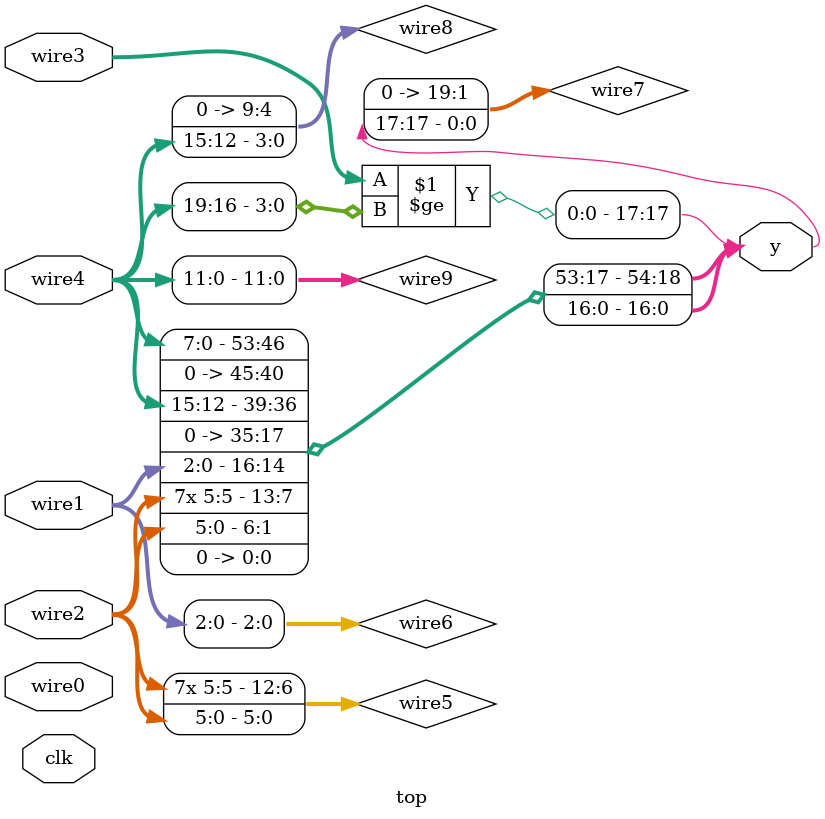
<source format=v>
module top
#(parameter param10 = (8'ha0), 
parameter param11 = (~&(param10 ? ((8'ha8) ? ({param10} ? (~^param10) : (&param10)) : param10) : (((8'h9e) ? param10 : {param10, param10}) ? (-(~&(8'ha9))) : param10))))
(y, clk, wire4, wire3, wire2, wire1, wire0);
  output wire [(32'h36):(32'h0)] y;
  input wire [(1'h0):(1'h0)] clk;
  input wire [(5'h13):(1'h0)] wire4;
  input wire signed [(5'h10):(1'h0)] wire3;
  input wire [(4'he):(1'h0)] wire2;
  input wire [(3'h5):(1'h0)] wire1;
  input wire [(4'h8):(1'h0)] wire0;
  wire [(4'hb):(1'h0)] wire9;
  wire signed [(4'h9):(1'h0)] wire8;
  wire [(5'h13):(1'h0)] wire7;
  wire signed [(2'h2):(1'h0)] wire6;
  wire [(4'hc):(1'h0)] wire5;
  assign y = {wire9, wire8, wire7, wire6, wire5, (1'h0)};
  assign wire5 = $signed(wire2[(3'h5):(1'h0)]);
  assign wire6 = wire1;
  assign wire7 = $unsigned((wire3 >= wire4[(5'h13):(5'h10)]));
  assign wire8 = $unsigned(wire4[(4'hf):(4'hc)]);
  assign wire9 = wire4;
endmodule

</source>
